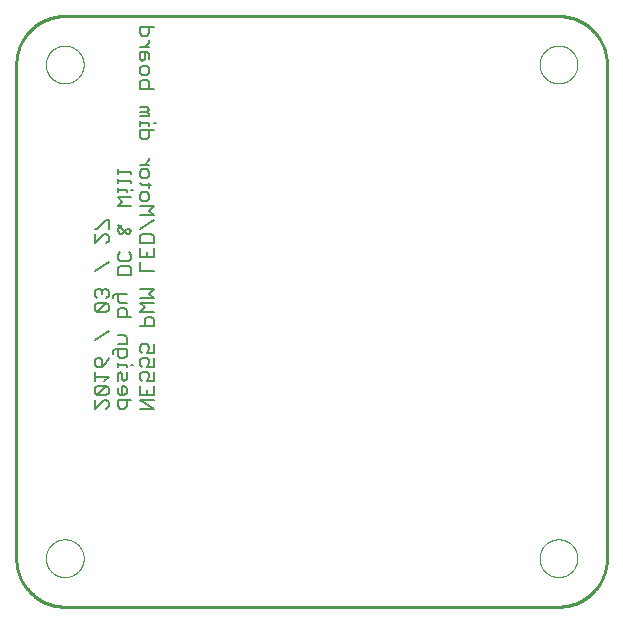
<source format=gbo>
G75*
%MOIN*%
%OFA0B0*%
%FSLAX25Y25*%
%IPPOS*%
%LPD*%
%AMOC8*
5,1,8,0,0,1.08239X$1,22.5*
%
%ADD10C,0.01000*%
%ADD11C,0.00500*%
%ADD12C,0.00000*%
D10*
X0016067Y0027183D02*
X0016067Y0191750D01*
X0016072Y0192140D01*
X0016086Y0192530D01*
X0016109Y0192919D01*
X0016142Y0193308D01*
X0016185Y0193696D01*
X0016236Y0194082D01*
X0016297Y0194468D01*
X0016368Y0194851D01*
X0016447Y0195233D01*
X0016536Y0195613D01*
X0016634Y0195991D01*
X0016741Y0196366D01*
X0016857Y0196738D01*
X0016982Y0197108D01*
X0017116Y0197474D01*
X0017259Y0197837D01*
X0017410Y0198197D01*
X0017570Y0198552D01*
X0017739Y0198904D01*
X0017916Y0199252D01*
X0018101Y0199595D01*
X0018295Y0199933D01*
X0018497Y0200267D01*
X0018707Y0200596D01*
X0018924Y0200920D01*
X0019150Y0201238D01*
X0019383Y0201551D01*
X0019623Y0201858D01*
X0019871Y0202159D01*
X0020127Y0202454D01*
X0020389Y0202743D01*
X0020658Y0203025D01*
X0020934Y0203301D01*
X0021216Y0203570D01*
X0021505Y0203832D01*
X0021800Y0204088D01*
X0022101Y0204336D01*
X0022408Y0204576D01*
X0022721Y0204809D01*
X0023039Y0205035D01*
X0023363Y0205252D01*
X0023692Y0205462D01*
X0024026Y0205664D01*
X0024364Y0205858D01*
X0024707Y0206043D01*
X0025055Y0206220D01*
X0025407Y0206389D01*
X0025762Y0206549D01*
X0026122Y0206700D01*
X0026485Y0206843D01*
X0026851Y0206977D01*
X0027221Y0207102D01*
X0027593Y0207218D01*
X0027968Y0207325D01*
X0028346Y0207423D01*
X0028726Y0207512D01*
X0029108Y0207591D01*
X0029491Y0207662D01*
X0029877Y0207723D01*
X0030263Y0207774D01*
X0030651Y0207817D01*
X0031040Y0207850D01*
X0031429Y0207873D01*
X0031819Y0207887D01*
X0032209Y0207892D01*
X0196776Y0207892D01*
X0197166Y0207887D01*
X0197556Y0207873D01*
X0197945Y0207850D01*
X0198334Y0207817D01*
X0198722Y0207774D01*
X0199108Y0207723D01*
X0199494Y0207662D01*
X0199877Y0207591D01*
X0200259Y0207512D01*
X0200639Y0207423D01*
X0201017Y0207325D01*
X0201392Y0207218D01*
X0201764Y0207102D01*
X0202134Y0206977D01*
X0202500Y0206843D01*
X0202863Y0206700D01*
X0203223Y0206549D01*
X0203578Y0206389D01*
X0203930Y0206220D01*
X0204278Y0206043D01*
X0204621Y0205858D01*
X0204959Y0205664D01*
X0205293Y0205462D01*
X0205622Y0205252D01*
X0205946Y0205035D01*
X0206264Y0204809D01*
X0206577Y0204576D01*
X0206884Y0204336D01*
X0207185Y0204088D01*
X0207480Y0203832D01*
X0207769Y0203570D01*
X0208051Y0203301D01*
X0208327Y0203025D01*
X0208596Y0202743D01*
X0208858Y0202454D01*
X0209114Y0202159D01*
X0209362Y0201858D01*
X0209602Y0201551D01*
X0209835Y0201238D01*
X0210061Y0200920D01*
X0210278Y0200596D01*
X0210488Y0200267D01*
X0210690Y0199933D01*
X0210884Y0199595D01*
X0211069Y0199252D01*
X0211246Y0198904D01*
X0211415Y0198552D01*
X0211575Y0198197D01*
X0211726Y0197837D01*
X0211869Y0197474D01*
X0212003Y0197108D01*
X0212128Y0196738D01*
X0212244Y0196366D01*
X0212351Y0195991D01*
X0212449Y0195613D01*
X0212538Y0195233D01*
X0212617Y0194851D01*
X0212688Y0194468D01*
X0212749Y0194082D01*
X0212800Y0193696D01*
X0212843Y0193308D01*
X0212876Y0192919D01*
X0212899Y0192530D01*
X0212913Y0192140D01*
X0212918Y0191750D01*
X0212917Y0191750D02*
X0212917Y0027183D01*
X0212918Y0027183D02*
X0212913Y0026793D01*
X0212899Y0026403D01*
X0212876Y0026014D01*
X0212843Y0025625D01*
X0212800Y0025237D01*
X0212749Y0024851D01*
X0212688Y0024465D01*
X0212617Y0024082D01*
X0212538Y0023700D01*
X0212449Y0023320D01*
X0212351Y0022942D01*
X0212244Y0022567D01*
X0212128Y0022195D01*
X0212003Y0021825D01*
X0211869Y0021459D01*
X0211726Y0021096D01*
X0211575Y0020736D01*
X0211415Y0020381D01*
X0211246Y0020029D01*
X0211069Y0019681D01*
X0210884Y0019338D01*
X0210690Y0019000D01*
X0210488Y0018666D01*
X0210278Y0018337D01*
X0210061Y0018013D01*
X0209835Y0017695D01*
X0209602Y0017382D01*
X0209362Y0017075D01*
X0209114Y0016774D01*
X0208858Y0016479D01*
X0208596Y0016190D01*
X0208327Y0015908D01*
X0208051Y0015632D01*
X0207769Y0015363D01*
X0207480Y0015101D01*
X0207185Y0014845D01*
X0206884Y0014597D01*
X0206577Y0014357D01*
X0206264Y0014124D01*
X0205946Y0013898D01*
X0205622Y0013681D01*
X0205293Y0013471D01*
X0204959Y0013269D01*
X0204621Y0013075D01*
X0204278Y0012890D01*
X0203930Y0012713D01*
X0203578Y0012544D01*
X0203223Y0012384D01*
X0202863Y0012233D01*
X0202500Y0012090D01*
X0202134Y0011956D01*
X0201764Y0011831D01*
X0201392Y0011715D01*
X0201017Y0011608D01*
X0200639Y0011510D01*
X0200259Y0011421D01*
X0199877Y0011342D01*
X0199494Y0011271D01*
X0199108Y0011210D01*
X0198722Y0011159D01*
X0198334Y0011116D01*
X0197945Y0011083D01*
X0197556Y0011060D01*
X0197166Y0011046D01*
X0196776Y0011041D01*
X0032209Y0011041D01*
X0031819Y0011046D01*
X0031429Y0011060D01*
X0031040Y0011083D01*
X0030651Y0011116D01*
X0030263Y0011159D01*
X0029877Y0011210D01*
X0029491Y0011271D01*
X0029108Y0011342D01*
X0028726Y0011421D01*
X0028346Y0011510D01*
X0027968Y0011608D01*
X0027593Y0011715D01*
X0027221Y0011831D01*
X0026851Y0011956D01*
X0026485Y0012090D01*
X0026122Y0012233D01*
X0025762Y0012384D01*
X0025407Y0012544D01*
X0025055Y0012713D01*
X0024707Y0012890D01*
X0024364Y0013075D01*
X0024026Y0013269D01*
X0023692Y0013471D01*
X0023363Y0013681D01*
X0023039Y0013898D01*
X0022721Y0014124D01*
X0022408Y0014357D01*
X0022101Y0014597D01*
X0021800Y0014845D01*
X0021505Y0015101D01*
X0021216Y0015363D01*
X0020934Y0015632D01*
X0020658Y0015908D01*
X0020389Y0016190D01*
X0020127Y0016479D01*
X0019871Y0016774D01*
X0019623Y0017075D01*
X0019383Y0017382D01*
X0019150Y0017695D01*
X0018924Y0018013D01*
X0018707Y0018337D01*
X0018497Y0018666D01*
X0018295Y0019000D01*
X0018101Y0019338D01*
X0017916Y0019681D01*
X0017739Y0020029D01*
X0017570Y0020381D01*
X0017410Y0020736D01*
X0017259Y0021096D01*
X0017116Y0021459D01*
X0016982Y0021825D01*
X0016857Y0022195D01*
X0016741Y0022567D01*
X0016634Y0022942D01*
X0016536Y0023320D01*
X0016447Y0023700D01*
X0016368Y0024082D01*
X0016297Y0024465D01*
X0016236Y0024851D01*
X0016185Y0025237D01*
X0016142Y0025625D01*
X0016109Y0026014D01*
X0016086Y0026403D01*
X0016072Y0026793D01*
X0016067Y0027183D01*
D11*
X0042301Y0077039D02*
X0045304Y0080042D01*
X0046054Y0080042D01*
X0046805Y0079291D01*
X0046805Y0077790D01*
X0046054Y0077039D01*
X0049801Y0077790D02*
X0049801Y0080042D01*
X0054305Y0080042D01*
X0052804Y0080042D02*
X0052804Y0077790D01*
X0052053Y0077039D01*
X0050552Y0077039D01*
X0049801Y0077790D01*
X0050552Y0081643D02*
X0052053Y0081643D01*
X0052804Y0082394D01*
X0052804Y0083895D01*
X0052053Y0084646D01*
X0051302Y0084646D01*
X0051302Y0081643D01*
X0050552Y0081643D02*
X0049801Y0082394D01*
X0049801Y0083895D01*
X0049801Y0086247D02*
X0049801Y0088499D01*
X0050552Y0089250D01*
X0051302Y0088499D01*
X0051302Y0086998D01*
X0052053Y0086247D01*
X0052804Y0086998D01*
X0052804Y0089250D01*
X0052804Y0090851D02*
X0052804Y0091602D01*
X0049801Y0091602D01*
X0049801Y0090851D02*
X0049801Y0092353D01*
X0050552Y0093921D02*
X0049801Y0094671D01*
X0049801Y0096923D01*
X0049051Y0096923D02*
X0052804Y0096923D01*
X0052804Y0094671D01*
X0052053Y0093921D01*
X0050552Y0093921D01*
X0048300Y0095422D02*
X0048300Y0096172D01*
X0049051Y0096923D01*
X0049801Y0098524D02*
X0052804Y0098524D01*
X0052804Y0100776D01*
X0052053Y0101527D01*
X0049801Y0101527D01*
X0046805Y0103062D02*
X0042301Y0100059D01*
X0043052Y0093854D02*
X0043802Y0093854D01*
X0044553Y0093103D01*
X0044553Y0090851D01*
X0043052Y0090851D01*
X0042301Y0091602D01*
X0042301Y0093103D01*
X0043052Y0093854D01*
X0046054Y0092353D02*
X0044553Y0090851D01*
X0046054Y0092353D02*
X0046805Y0093854D01*
X0046805Y0087749D02*
X0042301Y0087749D01*
X0042301Y0089250D02*
X0042301Y0086247D01*
X0043052Y0084646D02*
X0042301Y0083895D01*
X0042301Y0082394D01*
X0043052Y0081643D01*
X0046054Y0084646D01*
X0043052Y0084646D01*
X0045304Y0086247D02*
X0046805Y0087749D01*
X0046054Y0084646D02*
X0046805Y0083895D01*
X0046805Y0082394D01*
X0046054Y0081643D01*
X0043052Y0081643D01*
X0042301Y0080042D02*
X0042301Y0077039D01*
X0057301Y0077039D02*
X0061805Y0077039D01*
X0057301Y0080042D01*
X0061805Y0080042D01*
X0061805Y0081643D02*
X0057301Y0081643D01*
X0057301Y0084646D01*
X0058052Y0086247D02*
X0057301Y0086998D01*
X0057301Y0088499D01*
X0058052Y0089250D01*
X0059553Y0089250D01*
X0060304Y0088499D01*
X0060304Y0087749D01*
X0059553Y0086247D01*
X0061805Y0086247D01*
X0061805Y0089250D01*
X0061805Y0090851D02*
X0059553Y0090851D01*
X0060304Y0092353D01*
X0060304Y0093103D01*
X0059553Y0093854D01*
X0058052Y0093854D01*
X0057301Y0093103D01*
X0057301Y0091602D01*
X0058052Y0090851D01*
X0061805Y0090851D02*
X0061805Y0093854D01*
X0061805Y0095455D02*
X0059553Y0095455D01*
X0060304Y0096956D01*
X0060304Y0097707D01*
X0059553Y0098458D01*
X0058052Y0098458D01*
X0057301Y0097707D01*
X0057301Y0096206D01*
X0058052Y0095455D01*
X0061805Y0095455D02*
X0061805Y0098458D01*
X0061805Y0104663D02*
X0057301Y0104663D01*
X0058802Y0104663D02*
X0058802Y0106915D01*
X0059553Y0107666D01*
X0061054Y0107666D01*
X0061805Y0106915D01*
X0061805Y0104663D01*
X0061805Y0109267D02*
X0057301Y0109267D01*
X0058802Y0110768D01*
X0057301Y0112270D01*
X0061805Y0112270D01*
X0061805Y0113871D02*
X0060304Y0115372D01*
X0061805Y0116873D01*
X0057301Y0116873D01*
X0057301Y0113871D02*
X0061805Y0113871D01*
X0054305Y0107732D02*
X0049801Y0107732D01*
X0049801Y0109984D01*
X0050552Y0110735D01*
X0052053Y0110735D01*
X0052804Y0109984D01*
X0052804Y0107732D01*
X0052804Y0112336D02*
X0050552Y0112336D01*
X0049801Y0113087D01*
X0049801Y0115339D01*
X0049051Y0115339D02*
X0048300Y0114588D01*
X0048300Y0113838D01*
X0049051Y0115339D02*
X0052804Y0115339D01*
X0046805Y0114622D02*
X0046805Y0116123D01*
X0046054Y0116873D01*
X0045304Y0116873D01*
X0044553Y0116123D01*
X0043802Y0116873D01*
X0043052Y0116873D01*
X0042301Y0116123D01*
X0042301Y0114622D01*
X0043052Y0113871D01*
X0043052Y0112270D02*
X0042301Y0111519D01*
X0042301Y0110018D01*
X0043052Y0109267D01*
X0046054Y0112270D01*
X0043052Y0112270D01*
X0043052Y0109267D02*
X0046054Y0109267D01*
X0046805Y0110018D01*
X0046805Y0111519D01*
X0046054Y0112270D01*
X0046054Y0113871D02*
X0046805Y0114622D01*
X0044553Y0115372D02*
X0044553Y0116123D01*
X0042301Y0123079D02*
X0046805Y0126081D01*
X0049801Y0126899D02*
X0049801Y0128400D01*
X0050552Y0129151D01*
X0049801Y0126899D02*
X0050552Y0126148D01*
X0053554Y0126148D01*
X0054305Y0126899D01*
X0054305Y0128400D01*
X0053554Y0129151D01*
X0057301Y0127683D02*
X0057301Y0130685D01*
X0057301Y0132287D02*
X0057301Y0134539D01*
X0058052Y0135289D01*
X0061054Y0135289D01*
X0061805Y0134539D01*
X0061805Y0132287D01*
X0057301Y0132287D01*
X0053554Y0135356D02*
X0052804Y0135356D01*
X0049801Y0138358D01*
X0049801Y0136857D02*
X0049801Y0136107D01*
X0050552Y0135356D01*
X0051302Y0135356D01*
X0052804Y0136857D01*
X0053554Y0136857D01*
X0054305Y0136107D01*
X0053554Y0135356D01*
X0051302Y0138358D02*
X0049801Y0136857D01*
X0046805Y0136891D02*
X0046805Y0139893D01*
X0046054Y0139893D01*
X0043052Y0136891D01*
X0042301Y0136891D01*
X0042301Y0135289D02*
X0042301Y0132287D01*
X0045304Y0135289D01*
X0046054Y0135289D01*
X0046805Y0134539D01*
X0046805Y0133037D01*
X0046054Y0132287D01*
X0050552Y0124547D02*
X0053554Y0124547D01*
X0054305Y0123796D01*
X0054305Y0121544D01*
X0049801Y0121544D01*
X0049801Y0123796D01*
X0050552Y0124547D01*
X0057301Y0123079D02*
X0057301Y0126081D01*
X0057301Y0127683D02*
X0061805Y0127683D01*
X0061805Y0130685D01*
X0059553Y0129184D02*
X0059553Y0127683D01*
X0061805Y0123079D02*
X0057301Y0123079D01*
X0057301Y0136891D02*
X0061805Y0139893D01*
X0061805Y0141494D02*
X0060304Y0142996D01*
X0061805Y0144497D01*
X0057301Y0144497D01*
X0058052Y0146098D02*
X0057301Y0146849D01*
X0057301Y0148350D01*
X0058052Y0149101D01*
X0059553Y0149101D01*
X0060304Y0148350D01*
X0060304Y0146849D01*
X0059553Y0146098D01*
X0058052Y0146098D01*
X0054305Y0147566D02*
X0049801Y0147566D01*
X0051302Y0146065D01*
X0049801Y0144564D01*
X0054305Y0144564D01*
X0057301Y0141494D02*
X0061805Y0141494D01*
X0060304Y0150702D02*
X0060304Y0152204D01*
X0061054Y0151453D02*
X0058052Y0151453D01*
X0057301Y0152204D01*
X0058052Y0153772D02*
X0057301Y0154522D01*
X0057301Y0156023D01*
X0058052Y0156774D01*
X0059553Y0156774D01*
X0060304Y0156023D01*
X0060304Y0154522D01*
X0059553Y0153772D01*
X0058052Y0153772D01*
X0054305Y0152988D02*
X0049801Y0152988D01*
X0049801Y0153738D02*
X0049801Y0152237D01*
X0049801Y0150669D02*
X0049801Y0149168D01*
X0049801Y0149918D02*
X0052804Y0149918D01*
X0052804Y0149168D01*
X0054305Y0149918D02*
X0055056Y0149918D01*
X0054305Y0152237D02*
X0054305Y0152988D01*
X0054305Y0155306D02*
X0054305Y0156057D01*
X0049801Y0156057D01*
X0049801Y0156807D02*
X0049801Y0155306D01*
X0057301Y0158375D02*
X0060304Y0158375D01*
X0058802Y0158375D02*
X0060304Y0159877D01*
X0060304Y0160627D01*
X0059553Y0166816D02*
X0060304Y0167567D01*
X0060304Y0169819D01*
X0061805Y0169819D02*
X0057301Y0169819D01*
X0057301Y0167567D01*
X0058052Y0166816D01*
X0059553Y0166816D01*
X0060304Y0171420D02*
X0060304Y0172171D01*
X0057301Y0172171D01*
X0057301Y0172921D02*
X0057301Y0171420D01*
X0057301Y0174489D02*
X0060304Y0174489D01*
X0060304Y0175240D01*
X0059553Y0175991D01*
X0060304Y0176741D01*
X0059553Y0177492D01*
X0057301Y0177492D01*
X0057301Y0175991D02*
X0059553Y0175991D01*
X0061805Y0172171D02*
X0062556Y0172171D01*
X0061805Y0183697D02*
X0057301Y0183697D01*
X0057301Y0185949D01*
X0058052Y0186700D01*
X0059553Y0186700D01*
X0060304Y0185949D01*
X0060304Y0183697D01*
X0059553Y0188301D02*
X0058052Y0188301D01*
X0057301Y0189052D01*
X0057301Y0190553D01*
X0058052Y0191304D01*
X0059553Y0191304D01*
X0060304Y0190553D01*
X0060304Y0189052D01*
X0059553Y0188301D01*
X0058052Y0192905D02*
X0057301Y0193656D01*
X0057301Y0195907D01*
X0059553Y0195907D01*
X0060304Y0195157D01*
X0060304Y0193656D01*
X0058802Y0193656D02*
X0058802Y0195907D01*
X0058802Y0197509D02*
X0060304Y0199010D01*
X0060304Y0199761D01*
X0059553Y0201345D02*
X0060304Y0202096D01*
X0060304Y0204348D01*
X0061805Y0204348D02*
X0057301Y0204348D01*
X0057301Y0202096D01*
X0058052Y0201345D01*
X0059553Y0201345D01*
X0060304Y0197509D02*
X0057301Y0197509D01*
X0058802Y0193656D02*
X0058052Y0192905D01*
X0055056Y0091602D02*
X0054305Y0091602D01*
X0059553Y0083145D02*
X0059553Y0081643D01*
X0061805Y0081643D02*
X0061805Y0084646D01*
D12*
X0025910Y0027183D02*
X0025912Y0027341D01*
X0025918Y0027499D01*
X0025928Y0027657D01*
X0025942Y0027815D01*
X0025960Y0027972D01*
X0025981Y0028129D01*
X0026007Y0028285D01*
X0026037Y0028441D01*
X0026070Y0028596D01*
X0026108Y0028749D01*
X0026149Y0028902D01*
X0026194Y0029054D01*
X0026243Y0029205D01*
X0026296Y0029354D01*
X0026352Y0029502D01*
X0026412Y0029648D01*
X0026476Y0029793D01*
X0026544Y0029936D01*
X0026615Y0030078D01*
X0026689Y0030218D01*
X0026767Y0030355D01*
X0026849Y0030491D01*
X0026933Y0030625D01*
X0027022Y0030756D01*
X0027113Y0030885D01*
X0027208Y0031012D01*
X0027305Y0031137D01*
X0027406Y0031259D01*
X0027510Y0031378D01*
X0027617Y0031495D01*
X0027727Y0031609D01*
X0027840Y0031720D01*
X0027955Y0031829D01*
X0028073Y0031934D01*
X0028194Y0032036D01*
X0028317Y0032136D01*
X0028443Y0032232D01*
X0028571Y0032325D01*
X0028701Y0032415D01*
X0028834Y0032501D01*
X0028969Y0032585D01*
X0029105Y0032664D01*
X0029244Y0032741D01*
X0029385Y0032813D01*
X0029527Y0032883D01*
X0029671Y0032948D01*
X0029817Y0033010D01*
X0029964Y0033068D01*
X0030113Y0033123D01*
X0030263Y0033174D01*
X0030414Y0033221D01*
X0030566Y0033264D01*
X0030719Y0033303D01*
X0030874Y0033339D01*
X0031029Y0033370D01*
X0031185Y0033398D01*
X0031341Y0033422D01*
X0031498Y0033442D01*
X0031656Y0033458D01*
X0031813Y0033470D01*
X0031972Y0033478D01*
X0032130Y0033482D01*
X0032288Y0033482D01*
X0032446Y0033478D01*
X0032605Y0033470D01*
X0032762Y0033458D01*
X0032920Y0033442D01*
X0033077Y0033422D01*
X0033233Y0033398D01*
X0033389Y0033370D01*
X0033544Y0033339D01*
X0033699Y0033303D01*
X0033852Y0033264D01*
X0034004Y0033221D01*
X0034155Y0033174D01*
X0034305Y0033123D01*
X0034454Y0033068D01*
X0034601Y0033010D01*
X0034747Y0032948D01*
X0034891Y0032883D01*
X0035033Y0032813D01*
X0035174Y0032741D01*
X0035313Y0032664D01*
X0035449Y0032585D01*
X0035584Y0032501D01*
X0035717Y0032415D01*
X0035847Y0032325D01*
X0035975Y0032232D01*
X0036101Y0032136D01*
X0036224Y0032036D01*
X0036345Y0031934D01*
X0036463Y0031829D01*
X0036578Y0031720D01*
X0036691Y0031609D01*
X0036801Y0031495D01*
X0036908Y0031378D01*
X0037012Y0031259D01*
X0037113Y0031137D01*
X0037210Y0031012D01*
X0037305Y0030885D01*
X0037396Y0030756D01*
X0037485Y0030625D01*
X0037569Y0030491D01*
X0037651Y0030355D01*
X0037729Y0030218D01*
X0037803Y0030078D01*
X0037874Y0029936D01*
X0037942Y0029793D01*
X0038006Y0029648D01*
X0038066Y0029502D01*
X0038122Y0029354D01*
X0038175Y0029205D01*
X0038224Y0029054D01*
X0038269Y0028902D01*
X0038310Y0028749D01*
X0038348Y0028596D01*
X0038381Y0028441D01*
X0038411Y0028285D01*
X0038437Y0028129D01*
X0038458Y0027972D01*
X0038476Y0027815D01*
X0038490Y0027657D01*
X0038500Y0027499D01*
X0038506Y0027341D01*
X0038508Y0027183D01*
X0038506Y0027025D01*
X0038500Y0026867D01*
X0038490Y0026709D01*
X0038476Y0026551D01*
X0038458Y0026394D01*
X0038437Y0026237D01*
X0038411Y0026081D01*
X0038381Y0025925D01*
X0038348Y0025770D01*
X0038310Y0025617D01*
X0038269Y0025464D01*
X0038224Y0025312D01*
X0038175Y0025161D01*
X0038122Y0025012D01*
X0038066Y0024864D01*
X0038006Y0024718D01*
X0037942Y0024573D01*
X0037874Y0024430D01*
X0037803Y0024288D01*
X0037729Y0024148D01*
X0037651Y0024011D01*
X0037569Y0023875D01*
X0037485Y0023741D01*
X0037396Y0023610D01*
X0037305Y0023481D01*
X0037210Y0023354D01*
X0037113Y0023229D01*
X0037012Y0023107D01*
X0036908Y0022988D01*
X0036801Y0022871D01*
X0036691Y0022757D01*
X0036578Y0022646D01*
X0036463Y0022537D01*
X0036345Y0022432D01*
X0036224Y0022330D01*
X0036101Y0022230D01*
X0035975Y0022134D01*
X0035847Y0022041D01*
X0035717Y0021951D01*
X0035584Y0021865D01*
X0035449Y0021781D01*
X0035313Y0021702D01*
X0035174Y0021625D01*
X0035033Y0021553D01*
X0034891Y0021483D01*
X0034747Y0021418D01*
X0034601Y0021356D01*
X0034454Y0021298D01*
X0034305Y0021243D01*
X0034155Y0021192D01*
X0034004Y0021145D01*
X0033852Y0021102D01*
X0033699Y0021063D01*
X0033544Y0021027D01*
X0033389Y0020996D01*
X0033233Y0020968D01*
X0033077Y0020944D01*
X0032920Y0020924D01*
X0032762Y0020908D01*
X0032605Y0020896D01*
X0032446Y0020888D01*
X0032288Y0020884D01*
X0032130Y0020884D01*
X0031972Y0020888D01*
X0031813Y0020896D01*
X0031656Y0020908D01*
X0031498Y0020924D01*
X0031341Y0020944D01*
X0031185Y0020968D01*
X0031029Y0020996D01*
X0030874Y0021027D01*
X0030719Y0021063D01*
X0030566Y0021102D01*
X0030414Y0021145D01*
X0030263Y0021192D01*
X0030113Y0021243D01*
X0029964Y0021298D01*
X0029817Y0021356D01*
X0029671Y0021418D01*
X0029527Y0021483D01*
X0029385Y0021553D01*
X0029244Y0021625D01*
X0029105Y0021702D01*
X0028969Y0021781D01*
X0028834Y0021865D01*
X0028701Y0021951D01*
X0028571Y0022041D01*
X0028443Y0022134D01*
X0028317Y0022230D01*
X0028194Y0022330D01*
X0028073Y0022432D01*
X0027955Y0022537D01*
X0027840Y0022646D01*
X0027727Y0022757D01*
X0027617Y0022871D01*
X0027510Y0022988D01*
X0027406Y0023107D01*
X0027305Y0023229D01*
X0027208Y0023354D01*
X0027113Y0023481D01*
X0027022Y0023610D01*
X0026933Y0023741D01*
X0026849Y0023875D01*
X0026767Y0024011D01*
X0026689Y0024148D01*
X0026615Y0024288D01*
X0026544Y0024430D01*
X0026476Y0024573D01*
X0026412Y0024718D01*
X0026352Y0024864D01*
X0026296Y0025012D01*
X0026243Y0025161D01*
X0026194Y0025312D01*
X0026149Y0025464D01*
X0026108Y0025617D01*
X0026070Y0025770D01*
X0026037Y0025925D01*
X0026007Y0026081D01*
X0025981Y0026237D01*
X0025960Y0026394D01*
X0025942Y0026551D01*
X0025928Y0026709D01*
X0025918Y0026867D01*
X0025912Y0027025D01*
X0025910Y0027183D01*
X0190477Y0027183D02*
X0190479Y0027341D01*
X0190485Y0027499D01*
X0190495Y0027657D01*
X0190509Y0027815D01*
X0190527Y0027972D01*
X0190548Y0028129D01*
X0190574Y0028285D01*
X0190604Y0028441D01*
X0190637Y0028596D01*
X0190675Y0028749D01*
X0190716Y0028902D01*
X0190761Y0029054D01*
X0190810Y0029205D01*
X0190863Y0029354D01*
X0190919Y0029502D01*
X0190979Y0029648D01*
X0191043Y0029793D01*
X0191111Y0029936D01*
X0191182Y0030078D01*
X0191256Y0030218D01*
X0191334Y0030355D01*
X0191416Y0030491D01*
X0191500Y0030625D01*
X0191589Y0030756D01*
X0191680Y0030885D01*
X0191775Y0031012D01*
X0191872Y0031137D01*
X0191973Y0031259D01*
X0192077Y0031378D01*
X0192184Y0031495D01*
X0192294Y0031609D01*
X0192407Y0031720D01*
X0192522Y0031829D01*
X0192640Y0031934D01*
X0192761Y0032036D01*
X0192884Y0032136D01*
X0193010Y0032232D01*
X0193138Y0032325D01*
X0193268Y0032415D01*
X0193401Y0032501D01*
X0193536Y0032585D01*
X0193672Y0032664D01*
X0193811Y0032741D01*
X0193952Y0032813D01*
X0194094Y0032883D01*
X0194238Y0032948D01*
X0194384Y0033010D01*
X0194531Y0033068D01*
X0194680Y0033123D01*
X0194830Y0033174D01*
X0194981Y0033221D01*
X0195133Y0033264D01*
X0195286Y0033303D01*
X0195441Y0033339D01*
X0195596Y0033370D01*
X0195752Y0033398D01*
X0195908Y0033422D01*
X0196065Y0033442D01*
X0196223Y0033458D01*
X0196380Y0033470D01*
X0196539Y0033478D01*
X0196697Y0033482D01*
X0196855Y0033482D01*
X0197013Y0033478D01*
X0197172Y0033470D01*
X0197329Y0033458D01*
X0197487Y0033442D01*
X0197644Y0033422D01*
X0197800Y0033398D01*
X0197956Y0033370D01*
X0198111Y0033339D01*
X0198266Y0033303D01*
X0198419Y0033264D01*
X0198571Y0033221D01*
X0198722Y0033174D01*
X0198872Y0033123D01*
X0199021Y0033068D01*
X0199168Y0033010D01*
X0199314Y0032948D01*
X0199458Y0032883D01*
X0199600Y0032813D01*
X0199741Y0032741D01*
X0199880Y0032664D01*
X0200016Y0032585D01*
X0200151Y0032501D01*
X0200284Y0032415D01*
X0200414Y0032325D01*
X0200542Y0032232D01*
X0200668Y0032136D01*
X0200791Y0032036D01*
X0200912Y0031934D01*
X0201030Y0031829D01*
X0201145Y0031720D01*
X0201258Y0031609D01*
X0201368Y0031495D01*
X0201475Y0031378D01*
X0201579Y0031259D01*
X0201680Y0031137D01*
X0201777Y0031012D01*
X0201872Y0030885D01*
X0201963Y0030756D01*
X0202052Y0030625D01*
X0202136Y0030491D01*
X0202218Y0030355D01*
X0202296Y0030218D01*
X0202370Y0030078D01*
X0202441Y0029936D01*
X0202509Y0029793D01*
X0202573Y0029648D01*
X0202633Y0029502D01*
X0202689Y0029354D01*
X0202742Y0029205D01*
X0202791Y0029054D01*
X0202836Y0028902D01*
X0202877Y0028749D01*
X0202915Y0028596D01*
X0202948Y0028441D01*
X0202978Y0028285D01*
X0203004Y0028129D01*
X0203025Y0027972D01*
X0203043Y0027815D01*
X0203057Y0027657D01*
X0203067Y0027499D01*
X0203073Y0027341D01*
X0203075Y0027183D01*
X0203073Y0027025D01*
X0203067Y0026867D01*
X0203057Y0026709D01*
X0203043Y0026551D01*
X0203025Y0026394D01*
X0203004Y0026237D01*
X0202978Y0026081D01*
X0202948Y0025925D01*
X0202915Y0025770D01*
X0202877Y0025617D01*
X0202836Y0025464D01*
X0202791Y0025312D01*
X0202742Y0025161D01*
X0202689Y0025012D01*
X0202633Y0024864D01*
X0202573Y0024718D01*
X0202509Y0024573D01*
X0202441Y0024430D01*
X0202370Y0024288D01*
X0202296Y0024148D01*
X0202218Y0024011D01*
X0202136Y0023875D01*
X0202052Y0023741D01*
X0201963Y0023610D01*
X0201872Y0023481D01*
X0201777Y0023354D01*
X0201680Y0023229D01*
X0201579Y0023107D01*
X0201475Y0022988D01*
X0201368Y0022871D01*
X0201258Y0022757D01*
X0201145Y0022646D01*
X0201030Y0022537D01*
X0200912Y0022432D01*
X0200791Y0022330D01*
X0200668Y0022230D01*
X0200542Y0022134D01*
X0200414Y0022041D01*
X0200284Y0021951D01*
X0200151Y0021865D01*
X0200016Y0021781D01*
X0199880Y0021702D01*
X0199741Y0021625D01*
X0199600Y0021553D01*
X0199458Y0021483D01*
X0199314Y0021418D01*
X0199168Y0021356D01*
X0199021Y0021298D01*
X0198872Y0021243D01*
X0198722Y0021192D01*
X0198571Y0021145D01*
X0198419Y0021102D01*
X0198266Y0021063D01*
X0198111Y0021027D01*
X0197956Y0020996D01*
X0197800Y0020968D01*
X0197644Y0020944D01*
X0197487Y0020924D01*
X0197329Y0020908D01*
X0197172Y0020896D01*
X0197013Y0020888D01*
X0196855Y0020884D01*
X0196697Y0020884D01*
X0196539Y0020888D01*
X0196380Y0020896D01*
X0196223Y0020908D01*
X0196065Y0020924D01*
X0195908Y0020944D01*
X0195752Y0020968D01*
X0195596Y0020996D01*
X0195441Y0021027D01*
X0195286Y0021063D01*
X0195133Y0021102D01*
X0194981Y0021145D01*
X0194830Y0021192D01*
X0194680Y0021243D01*
X0194531Y0021298D01*
X0194384Y0021356D01*
X0194238Y0021418D01*
X0194094Y0021483D01*
X0193952Y0021553D01*
X0193811Y0021625D01*
X0193672Y0021702D01*
X0193536Y0021781D01*
X0193401Y0021865D01*
X0193268Y0021951D01*
X0193138Y0022041D01*
X0193010Y0022134D01*
X0192884Y0022230D01*
X0192761Y0022330D01*
X0192640Y0022432D01*
X0192522Y0022537D01*
X0192407Y0022646D01*
X0192294Y0022757D01*
X0192184Y0022871D01*
X0192077Y0022988D01*
X0191973Y0023107D01*
X0191872Y0023229D01*
X0191775Y0023354D01*
X0191680Y0023481D01*
X0191589Y0023610D01*
X0191500Y0023741D01*
X0191416Y0023875D01*
X0191334Y0024011D01*
X0191256Y0024148D01*
X0191182Y0024288D01*
X0191111Y0024430D01*
X0191043Y0024573D01*
X0190979Y0024718D01*
X0190919Y0024864D01*
X0190863Y0025012D01*
X0190810Y0025161D01*
X0190761Y0025312D01*
X0190716Y0025464D01*
X0190675Y0025617D01*
X0190637Y0025770D01*
X0190604Y0025925D01*
X0190574Y0026081D01*
X0190548Y0026237D01*
X0190527Y0026394D01*
X0190509Y0026551D01*
X0190495Y0026709D01*
X0190485Y0026867D01*
X0190479Y0027025D01*
X0190477Y0027183D01*
X0190477Y0191750D02*
X0190479Y0191908D01*
X0190485Y0192066D01*
X0190495Y0192224D01*
X0190509Y0192382D01*
X0190527Y0192539D01*
X0190548Y0192696D01*
X0190574Y0192852D01*
X0190604Y0193008D01*
X0190637Y0193163D01*
X0190675Y0193316D01*
X0190716Y0193469D01*
X0190761Y0193621D01*
X0190810Y0193772D01*
X0190863Y0193921D01*
X0190919Y0194069D01*
X0190979Y0194215D01*
X0191043Y0194360D01*
X0191111Y0194503D01*
X0191182Y0194645D01*
X0191256Y0194785D01*
X0191334Y0194922D01*
X0191416Y0195058D01*
X0191500Y0195192D01*
X0191589Y0195323D01*
X0191680Y0195452D01*
X0191775Y0195579D01*
X0191872Y0195704D01*
X0191973Y0195826D01*
X0192077Y0195945D01*
X0192184Y0196062D01*
X0192294Y0196176D01*
X0192407Y0196287D01*
X0192522Y0196396D01*
X0192640Y0196501D01*
X0192761Y0196603D01*
X0192884Y0196703D01*
X0193010Y0196799D01*
X0193138Y0196892D01*
X0193268Y0196982D01*
X0193401Y0197068D01*
X0193536Y0197152D01*
X0193672Y0197231D01*
X0193811Y0197308D01*
X0193952Y0197380D01*
X0194094Y0197450D01*
X0194238Y0197515D01*
X0194384Y0197577D01*
X0194531Y0197635D01*
X0194680Y0197690D01*
X0194830Y0197741D01*
X0194981Y0197788D01*
X0195133Y0197831D01*
X0195286Y0197870D01*
X0195441Y0197906D01*
X0195596Y0197937D01*
X0195752Y0197965D01*
X0195908Y0197989D01*
X0196065Y0198009D01*
X0196223Y0198025D01*
X0196380Y0198037D01*
X0196539Y0198045D01*
X0196697Y0198049D01*
X0196855Y0198049D01*
X0197013Y0198045D01*
X0197172Y0198037D01*
X0197329Y0198025D01*
X0197487Y0198009D01*
X0197644Y0197989D01*
X0197800Y0197965D01*
X0197956Y0197937D01*
X0198111Y0197906D01*
X0198266Y0197870D01*
X0198419Y0197831D01*
X0198571Y0197788D01*
X0198722Y0197741D01*
X0198872Y0197690D01*
X0199021Y0197635D01*
X0199168Y0197577D01*
X0199314Y0197515D01*
X0199458Y0197450D01*
X0199600Y0197380D01*
X0199741Y0197308D01*
X0199880Y0197231D01*
X0200016Y0197152D01*
X0200151Y0197068D01*
X0200284Y0196982D01*
X0200414Y0196892D01*
X0200542Y0196799D01*
X0200668Y0196703D01*
X0200791Y0196603D01*
X0200912Y0196501D01*
X0201030Y0196396D01*
X0201145Y0196287D01*
X0201258Y0196176D01*
X0201368Y0196062D01*
X0201475Y0195945D01*
X0201579Y0195826D01*
X0201680Y0195704D01*
X0201777Y0195579D01*
X0201872Y0195452D01*
X0201963Y0195323D01*
X0202052Y0195192D01*
X0202136Y0195058D01*
X0202218Y0194922D01*
X0202296Y0194785D01*
X0202370Y0194645D01*
X0202441Y0194503D01*
X0202509Y0194360D01*
X0202573Y0194215D01*
X0202633Y0194069D01*
X0202689Y0193921D01*
X0202742Y0193772D01*
X0202791Y0193621D01*
X0202836Y0193469D01*
X0202877Y0193316D01*
X0202915Y0193163D01*
X0202948Y0193008D01*
X0202978Y0192852D01*
X0203004Y0192696D01*
X0203025Y0192539D01*
X0203043Y0192382D01*
X0203057Y0192224D01*
X0203067Y0192066D01*
X0203073Y0191908D01*
X0203075Y0191750D01*
X0203073Y0191592D01*
X0203067Y0191434D01*
X0203057Y0191276D01*
X0203043Y0191118D01*
X0203025Y0190961D01*
X0203004Y0190804D01*
X0202978Y0190648D01*
X0202948Y0190492D01*
X0202915Y0190337D01*
X0202877Y0190184D01*
X0202836Y0190031D01*
X0202791Y0189879D01*
X0202742Y0189728D01*
X0202689Y0189579D01*
X0202633Y0189431D01*
X0202573Y0189285D01*
X0202509Y0189140D01*
X0202441Y0188997D01*
X0202370Y0188855D01*
X0202296Y0188715D01*
X0202218Y0188578D01*
X0202136Y0188442D01*
X0202052Y0188308D01*
X0201963Y0188177D01*
X0201872Y0188048D01*
X0201777Y0187921D01*
X0201680Y0187796D01*
X0201579Y0187674D01*
X0201475Y0187555D01*
X0201368Y0187438D01*
X0201258Y0187324D01*
X0201145Y0187213D01*
X0201030Y0187104D01*
X0200912Y0186999D01*
X0200791Y0186897D01*
X0200668Y0186797D01*
X0200542Y0186701D01*
X0200414Y0186608D01*
X0200284Y0186518D01*
X0200151Y0186432D01*
X0200016Y0186348D01*
X0199880Y0186269D01*
X0199741Y0186192D01*
X0199600Y0186120D01*
X0199458Y0186050D01*
X0199314Y0185985D01*
X0199168Y0185923D01*
X0199021Y0185865D01*
X0198872Y0185810D01*
X0198722Y0185759D01*
X0198571Y0185712D01*
X0198419Y0185669D01*
X0198266Y0185630D01*
X0198111Y0185594D01*
X0197956Y0185563D01*
X0197800Y0185535D01*
X0197644Y0185511D01*
X0197487Y0185491D01*
X0197329Y0185475D01*
X0197172Y0185463D01*
X0197013Y0185455D01*
X0196855Y0185451D01*
X0196697Y0185451D01*
X0196539Y0185455D01*
X0196380Y0185463D01*
X0196223Y0185475D01*
X0196065Y0185491D01*
X0195908Y0185511D01*
X0195752Y0185535D01*
X0195596Y0185563D01*
X0195441Y0185594D01*
X0195286Y0185630D01*
X0195133Y0185669D01*
X0194981Y0185712D01*
X0194830Y0185759D01*
X0194680Y0185810D01*
X0194531Y0185865D01*
X0194384Y0185923D01*
X0194238Y0185985D01*
X0194094Y0186050D01*
X0193952Y0186120D01*
X0193811Y0186192D01*
X0193672Y0186269D01*
X0193536Y0186348D01*
X0193401Y0186432D01*
X0193268Y0186518D01*
X0193138Y0186608D01*
X0193010Y0186701D01*
X0192884Y0186797D01*
X0192761Y0186897D01*
X0192640Y0186999D01*
X0192522Y0187104D01*
X0192407Y0187213D01*
X0192294Y0187324D01*
X0192184Y0187438D01*
X0192077Y0187555D01*
X0191973Y0187674D01*
X0191872Y0187796D01*
X0191775Y0187921D01*
X0191680Y0188048D01*
X0191589Y0188177D01*
X0191500Y0188308D01*
X0191416Y0188442D01*
X0191334Y0188578D01*
X0191256Y0188715D01*
X0191182Y0188855D01*
X0191111Y0188997D01*
X0191043Y0189140D01*
X0190979Y0189285D01*
X0190919Y0189431D01*
X0190863Y0189579D01*
X0190810Y0189728D01*
X0190761Y0189879D01*
X0190716Y0190031D01*
X0190675Y0190184D01*
X0190637Y0190337D01*
X0190604Y0190492D01*
X0190574Y0190648D01*
X0190548Y0190804D01*
X0190527Y0190961D01*
X0190509Y0191118D01*
X0190495Y0191276D01*
X0190485Y0191434D01*
X0190479Y0191592D01*
X0190477Y0191750D01*
X0025910Y0191750D02*
X0025912Y0191908D01*
X0025918Y0192066D01*
X0025928Y0192224D01*
X0025942Y0192382D01*
X0025960Y0192539D01*
X0025981Y0192696D01*
X0026007Y0192852D01*
X0026037Y0193008D01*
X0026070Y0193163D01*
X0026108Y0193316D01*
X0026149Y0193469D01*
X0026194Y0193621D01*
X0026243Y0193772D01*
X0026296Y0193921D01*
X0026352Y0194069D01*
X0026412Y0194215D01*
X0026476Y0194360D01*
X0026544Y0194503D01*
X0026615Y0194645D01*
X0026689Y0194785D01*
X0026767Y0194922D01*
X0026849Y0195058D01*
X0026933Y0195192D01*
X0027022Y0195323D01*
X0027113Y0195452D01*
X0027208Y0195579D01*
X0027305Y0195704D01*
X0027406Y0195826D01*
X0027510Y0195945D01*
X0027617Y0196062D01*
X0027727Y0196176D01*
X0027840Y0196287D01*
X0027955Y0196396D01*
X0028073Y0196501D01*
X0028194Y0196603D01*
X0028317Y0196703D01*
X0028443Y0196799D01*
X0028571Y0196892D01*
X0028701Y0196982D01*
X0028834Y0197068D01*
X0028969Y0197152D01*
X0029105Y0197231D01*
X0029244Y0197308D01*
X0029385Y0197380D01*
X0029527Y0197450D01*
X0029671Y0197515D01*
X0029817Y0197577D01*
X0029964Y0197635D01*
X0030113Y0197690D01*
X0030263Y0197741D01*
X0030414Y0197788D01*
X0030566Y0197831D01*
X0030719Y0197870D01*
X0030874Y0197906D01*
X0031029Y0197937D01*
X0031185Y0197965D01*
X0031341Y0197989D01*
X0031498Y0198009D01*
X0031656Y0198025D01*
X0031813Y0198037D01*
X0031972Y0198045D01*
X0032130Y0198049D01*
X0032288Y0198049D01*
X0032446Y0198045D01*
X0032605Y0198037D01*
X0032762Y0198025D01*
X0032920Y0198009D01*
X0033077Y0197989D01*
X0033233Y0197965D01*
X0033389Y0197937D01*
X0033544Y0197906D01*
X0033699Y0197870D01*
X0033852Y0197831D01*
X0034004Y0197788D01*
X0034155Y0197741D01*
X0034305Y0197690D01*
X0034454Y0197635D01*
X0034601Y0197577D01*
X0034747Y0197515D01*
X0034891Y0197450D01*
X0035033Y0197380D01*
X0035174Y0197308D01*
X0035313Y0197231D01*
X0035449Y0197152D01*
X0035584Y0197068D01*
X0035717Y0196982D01*
X0035847Y0196892D01*
X0035975Y0196799D01*
X0036101Y0196703D01*
X0036224Y0196603D01*
X0036345Y0196501D01*
X0036463Y0196396D01*
X0036578Y0196287D01*
X0036691Y0196176D01*
X0036801Y0196062D01*
X0036908Y0195945D01*
X0037012Y0195826D01*
X0037113Y0195704D01*
X0037210Y0195579D01*
X0037305Y0195452D01*
X0037396Y0195323D01*
X0037485Y0195192D01*
X0037569Y0195058D01*
X0037651Y0194922D01*
X0037729Y0194785D01*
X0037803Y0194645D01*
X0037874Y0194503D01*
X0037942Y0194360D01*
X0038006Y0194215D01*
X0038066Y0194069D01*
X0038122Y0193921D01*
X0038175Y0193772D01*
X0038224Y0193621D01*
X0038269Y0193469D01*
X0038310Y0193316D01*
X0038348Y0193163D01*
X0038381Y0193008D01*
X0038411Y0192852D01*
X0038437Y0192696D01*
X0038458Y0192539D01*
X0038476Y0192382D01*
X0038490Y0192224D01*
X0038500Y0192066D01*
X0038506Y0191908D01*
X0038508Y0191750D01*
X0038506Y0191592D01*
X0038500Y0191434D01*
X0038490Y0191276D01*
X0038476Y0191118D01*
X0038458Y0190961D01*
X0038437Y0190804D01*
X0038411Y0190648D01*
X0038381Y0190492D01*
X0038348Y0190337D01*
X0038310Y0190184D01*
X0038269Y0190031D01*
X0038224Y0189879D01*
X0038175Y0189728D01*
X0038122Y0189579D01*
X0038066Y0189431D01*
X0038006Y0189285D01*
X0037942Y0189140D01*
X0037874Y0188997D01*
X0037803Y0188855D01*
X0037729Y0188715D01*
X0037651Y0188578D01*
X0037569Y0188442D01*
X0037485Y0188308D01*
X0037396Y0188177D01*
X0037305Y0188048D01*
X0037210Y0187921D01*
X0037113Y0187796D01*
X0037012Y0187674D01*
X0036908Y0187555D01*
X0036801Y0187438D01*
X0036691Y0187324D01*
X0036578Y0187213D01*
X0036463Y0187104D01*
X0036345Y0186999D01*
X0036224Y0186897D01*
X0036101Y0186797D01*
X0035975Y0186701D01*
X0035847Y0186608D01*
X0035717Y0186518D01*
X0035584Y0186432D01*
X0035449Y0186348D01*
X0035313Y0186269D01*
X0035174Y0186192D01*
X0035033Y0186120D01*
X0034891Y0186050D01*
X0034747Y0185985D01*
X0034601Y0185923D01*
X0034454Y0185865D01*
X0034305Y0185810D01*
X0034155Y0185759D01*
X0034004Y0185712D01*
X0033852Y0185669D01*
X0033699Y0185630D01*
X0033544Y0185594D01*
X0033389Y0185563D01*
X0033233Y0185535D01*
X0033077Y0185511D01*
X0032920Y0185491D01*
X0032762Y0185475D01*
X0032605Y0185463D01*
X0032446Y0185455D01*
X0032288Y0185451D01*
X0032130Y0185451D01*
X0031972Y0185455D01*
X0031813Y0185463D01*
X0031656Y0185475D01*
X0031498Y0185491D01*
X0031341Y0185511D01*
X0031185Y0185535D01*
X0031029Y0185563D01*
X0030874Y0185594D01*
X0030719Y0185630D01*
X0030566Y0185669D01*
X0030414Y0185712D01*
X0030263Y0185759D01*
X0030113Y0185810D01*
X0029964Y0185865D01*
X0029817Y0185923D01*
X0029671Y0185985D01*
X0029527Y0186050D01*
X0029385Y0186120D01*
X0029244Y0186192D01*
X0029105Y0186269D01*
X0028969Y0186348D01*
X0028834Y0186432D01*
X0028701Y0186518D01*
X0028571Y0186608D01*
X0028443Y0186701D01*
X0028317Y0186797D01*
X0028194Y0186897D01*
X0028073Y0186999D01*
X0027955Y0187104D01*
X0027840Y0187213D01*
X0027727Y0187324D01*
X0027617Y0187438D01*
X0027510Y0187555D01*
X0027406Y0187674D01*
X0027305Y0187796D01*
X0027208Y0187921D01*
X0027113Y0188048D01*
X0027022Y0188177D01*
X0026933Y0188308D01*
X0026849Y0188442D01*
X0026767Y0188578D01*
X0026689Y0188715D01*
X0026615Y0188855D01*
X0026544Y0188997D01*
X0026476Y0189140D01*
X0026412Y0189285D01*
X0026352Y0189431D01*
X0026296Y0189579D01*
X0026243Y0189728D01*
X0026194Y0189879D01*
X0026149Y0190031D01*
X0026108Y0190184D01*
X0026070Y0190337D01*
X0026037Y0190492D01*
X0026007Y0190648D01*
X0025981Y0190804D01*
X0025960Y0190961D01*
X0025942Y0191118D01*
X0025928Y0191276D01*
X0025918Y0191434D01*
X0025912Y0191592D01*
X0025910Y0191750D01*
M02*

</source>
